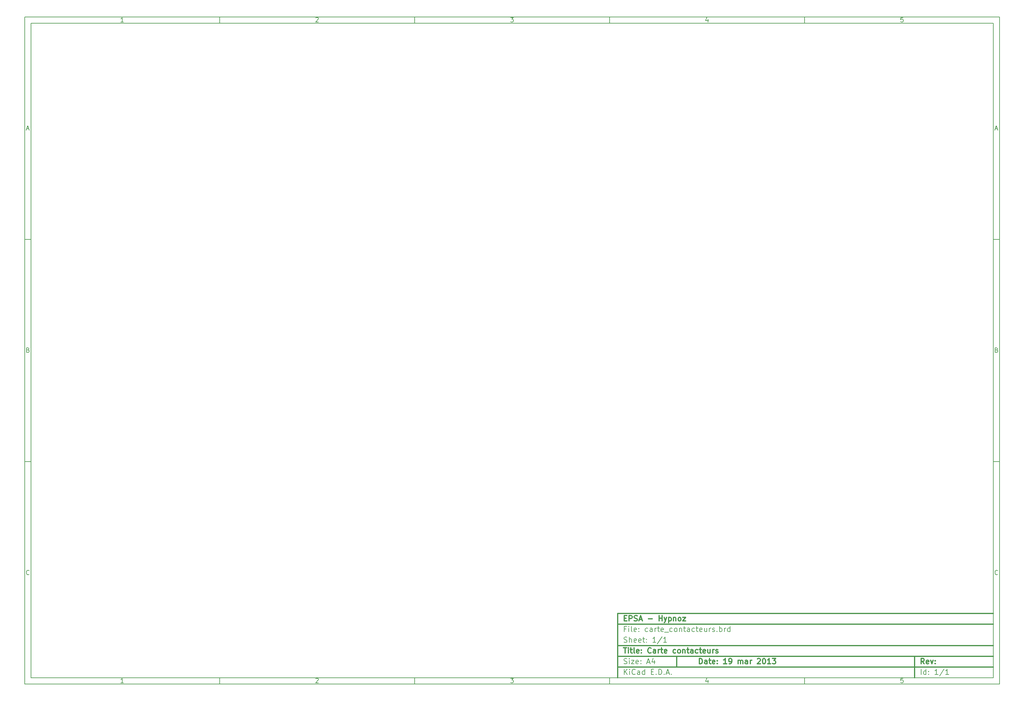
<source format=gbo>
G04 (created by PCBNEW-RS274X (2012-01-19 BZR 3256)-stable) date 19/03/2013 15:11:46*
G01*
G70*
G90*
%MOIN*%
G04 Gerber Fmt 3.4, Leading zero omitted, Abs format*
%FSLAX34Y34*%
G04 APERTURE LIST*
%ADD10C,0.006000*%
%ADD11C,0.012000*%
%ADD12R,0.090000X0.090000*%
%ADD13C,0.090000*%
%ADD14R,0.110000X0.110000*%
%ADD15C,0.110000*%
%ADD16C,0.095000*%
%ADD17R,0.370000X0.370000*%
%ADD18R,0.095000X0.095000*%
%ADD19R,0.110000X0.082000*%
%ADD20O,0.110000X0.082000*%
%ADD21C,0.170000*%
%ADD22R,0.170000X0.170000*%
%ADD23C,0.270000*%
G04 APERTURE END LIST*
G54D10*
X04000Y-04000D02*
X113000Y-04000D01*
X113000Y-78670D01*
X04000Y-78670D01*
X04000Y-04000D01*
X04700Y-04700D02*
X112300Y-04700D01*
X112300Y-77970D01*
X04700Y-77970D01*
X04700Y-04700D01*
X25800Y-04000D02*
X25800Y-04700D01*
X15043Y-04552D02*
X14757Y-04552D01*
X14900Y-04552D02*
X14900Y-04052D01*
X14852Y-04124D01*
X14805Y-04171D01*
X14757Y-04195D01*
X25800Y-78670D02*
X25800Y-77970D01*
X15043Y-78522D02*
X14757Y-78522D01*
X14900Y-78522D02*
X14900Y-78022D01*
X14852Y-78094D01*
X14805Y-78141D01*
X14757Y-78165D01*
X47600Y-04000D02*
X47600Y-04700D01*
X36557Y-04100D02*
X36581Y-04076D01*
X36629Y-04052D01*
X36748Y-04052D01*
X36795Y-04076D01*
X36819Y-04100D01*
X36843Y-04148D01*
X36843Y-04195D01*
X36819Y-04267D01*
X36533Y-04552D01*
X36843Y-04552D01*
X47600Y-78670D02*
X47600Y-77970D01*
X36557Y-78070D02*
X36581Y-78046D01*
X36629Y-78022D01*
X36748Y-78022D01*
X36795Y-78046D01*
X36819Y-78070D01*
X36843Y-78118D01*
X36843Y-78165D01*
X36819Y-78237D01*
X36533Y-78522D01*
X36843Y-78522D01*
X69400Y-04000D02*
X69400Y-04700D01*
X58333Y-04052D02*
X58643Y-04052D01*
X58476Y-04243D01*
X58548Y-04243D01*
X58595Y-04267D01*
X58619Y-04290D01*
X58643Y-04338D01*
X58643Y-04457D01*
X58619Y-04505D01*
X58595Y-04529D01*
X58548Y-04552D01*
X58405Y-04552D01*
X58357Y-04529D01*
X58333Y-04505D01*
X69400Y-78670D02*
X69400Y-77970D01*
X58333Y-78022D02*
X58643Y-78022D01*
X58476Y-78213D01*
X58548Y-78213D01*
X58595Y-78237D01*
X58619Y-78260D01*
X58643Y-78308D01*
X58643Y-78427D01*
X58619Y-78475D01*
X58595Y-78499D01*
X58548Y-78522D01*
X58405Y-78522D01*
X58357Y-78499D01*
X58333Y-78475D01*
X91200Y-04000D02*
X91200Y-04700D01*
X80395Y-04219D02*
X80395Y-04552D01*
X80276Y-04029D02*
X80157Y-04386D01*
X80467Y-04386D01*
X91200Y-78670D02*
X91200Y-77970D01*
X80395Y-78189D02*
X80395Y-78522D01*
X80276Y-77999D02*
X80157Y-78356D01*
X80467Y-78356D01*
X102219Y-04052D02*
X101981Y-04052D01*
X101957Y-04290D01*
X101981Y-04267D01*
X102029Y-04243D01*
X102148Y-04243D01*
X102195Y-04267D01*
X102219Y-04290D01*
X102243Y-04338D01*
X102243Y-04457D01*
X102219Y-04505D01*
X102195Y-04529D01*
X102148Y-04552D01*
X102029Y-04552D01*
X101981Y-04529D01*
X101957Y-04505D01*
X102219Y-78022D02*
X101981Y-78022D01*
X101957Y-78260D01*
X101981Y-78237D01*
X102029Y-78213D01*
X102148Y-78213D01*
X102195Y-78237D01*
X102219Y-78260D01*
X102243Y-78308D01*
X102243Y-78427D01*
X102219Y-78475D01*
X102195Y-78499D01*
X102148Y-78522D01*
X102029Y-78522D01*
X101981Y-78499D01*
X101957Y-78475D01*
X04000Y-28890D02*
X04700Y-28890D01*
X04231Y-16510D02*
X04469Y-16510D01*
X04184Y-16652D02*
X04350Y-16152D01*
X04517Y-16652D01*
X113000Y-28890D02*
X112300Y-28890D01*
X112531Y-16510D02*
X112769Y-16510D01*
X112484Y-16652D02*
X112650Y-16152D01*
X112817Y-16652D01*
X04000Y-53780D02*
X04700Y-53780D01*
X04386Y-41280D02*
X04457Y-41304D01*
X04481Y-41328D01*
X04505Y-41376D01*
X04505Y-41447D01*
X04481Y-41495D01*
X04457Y-41519D01*
X04410Y-41542D01*
X04219Y-41542D01*
X04219Y-41042D01*
X04386Y-41042D01*
X04433Y-41066D01*
X04457Y-41090D01*
X04481Y-41138D01*
X04481Y-41185D01*
X04457Y-41233D01*
X04433Y-41257D01*
X04386Y-41280D01*
X04219Y-41280D01*
X113000Y-53780D02*
X112300Y-53780D01*
X112686Y-41280D02*
X112757Y-41304D01*
X112781Y-41328D01*
X112805Y-41376D01*
X112805Y-41447D01*
X112781Y-41495D01*
X112757Y-41519D01*
X112710Y-41542D01*
X112519Y-41542D01*
X112519Y-41042D01*
X112686Y-41042D01*
X112733Y-41066D01*
X112757Y-41090D01*
X112781Y-41138D01*
X112781Y-41185D01*
X112757Y-41233D01*
X112733Y-41257D01*
X112686Y-41280D01*
X112519Y-41280D01*
X04505Y-66385D02*
X04481Y-66409D01*
X04410Y-66432D01*
X04362Y-66432D01*
X04290Y-66409D01*
X04243Y-66361D01*
X04219Y-66313D01*
X04195Y-66218D01*
X04195Y-66147D01*
X04219Y-66051D01*
X04243Y-66004D01*
X04290Y-65956D01*
X04362Y-65932D01*
X04410Y-65932D01*
X04481Y-65956D01*
X04505Y-65980D01*
X112805Y-66385D02*
X112781Y-66409D01*
X112710Y-66432D01*
X112662Y-66432D01*
X112590Y-66409D01*
X112543Y-66361D01*
X112519Y-66313D01*
X112495Y-66218D01*
X112495Y-66147D01*
X112519Y-66051D01*
X112543Y-66004D01*
X112590Y-65956D01*
X112662Y-65932D01*
X112710Y-65932D01*
X112781Y-65956D01*
X112805Y-65980D01*
G54D11*
X79443Y-76413D02*
X79443Y-75813D01*
X79586Y-75813D01*
X79671Y-75841D01*
X79729Y-75899D01*
X79757Y-75956D01*
X79786Y-76070D01*
X79786Y-76156D01*
X79757Y-76270D01*
X79729Y-76327D01*
X79671Y-76384D01*
X79586Y-76413D01*
X79443Y-76413D01*
X80300Y-76413D02*
X80300Y-76099D01*
X80271Y-76041D01*
X80214Y-76013D01*
X80100Y-76013D01*
X80043Y-76041D01*
X80300Y-76384D02*
X80243Y-76413D01*
X80100Y-76413D01*
X80043Y-76384D01*
X80014Y-76327D01*
X80014Y-76270D01*
X80043Y-76213D01*
X80100Y-76184D01*
X80243Y-76184D01*
X80300Y-76156D01*
X80500Y-76013D02*
X80729Y-76013D01*
X80586Y-75813D02*
X80586Y-76327D01*
X80614Y-76384D01*
X80672Y-76413D01*
X80729Y-76413D01*
X81157Y-76384D02*
X81100Y-76413D01*
X80986Y-76413D01*
X80929Y-76384D01*
X80900Y-76327D01*
X80900Y-76099D01*
X80929Y-76041D01*
X80986Y-76013D01*
X81100Y-76013D01*
X81157Y-76041D01*
X81186Y-76099D01*
X81186Y-76156D01*
X80900Y-76213D01*
X81443Y-76356D02*
X81471Y-76384D01*
X81443Y-76413D01*
X81414Y-76384D01*
X81443Y-76356D01*
X81443Y-76413D01*
X81443Y-76041D02*
X81471Y-76070D01*
X81443Y-76099D01*
X81414Y-76070D01*
X81443Y-76041D01*
X81443Y-76099D01*
X82500Y-76413D02*
X82157Y-76413D01*
X82329Y-76413D02*
X82329Y-75813D01*
X82272Y-75899D01*
X82214Y-75956D01*
X82157Y-75984D01*
X82785Y-76413D02*
X82900Y-76413D01*
X82957Y-76384D01*
X82985Y-76356D01*
X83043Y-76270D01*
X83071Y-76156D01*
X83071Y-75927D01*
X83043Y-75870D01*
X83014Y-75841D01*
X82957Y-75813D01*
X82843Y-75813D01*
X82785Y-75841D01*
X82757Y-75870D01*
X82728Y-75927D01*
X82728Y-76070D01*
X82757Y-76127D01*
X82785Y-76156D01*
X82843Y-76184D01*
X82957Y-76184D01*
X83014Y-76156D01*
X83043Y-76127D01*
X83071Y-76070D01*
X83785Y-76413D02*
X83785Y-76013D01*
X83785Y-76070D02*
X83813Y-76041D01*
X83871Y-76013D01*
X83956Y-76013D01*
X84013Y-76041D01*
X84042Y-76099D01*
X84042Y-76413D01*
X84042Y-76099D02*
X84071Y-76041D01*
X84128Y-76013D01*
X84213Y-76013D01*
X84271Y-76041D01*
X84299Y-76099D01*
X84299Y-76413D01*
X84842Y-76413D02*
X84842Y-76099D01*
X84813Y-76041D01*
X84756Y-76013D01*
X84642Y-76013D01*
X84585Y-76041D01*
X84842Y-76384D02*
X84785Y-76413D01*
X84642Y-76413D01*
X84585Y-76384D01*
X84556Y-76327D01*
X84556Y-76270D01*
X84585Y-76213D01*
X84642Y-76184D01*
X84785Y-76184D01*
X84842Y-76156D01*
X85128Y-76413D02*
X85128Y-76013D01*
X85128Y-76127D02*
X85156Y-76070D01*
X85185Y-76041D01*
X85242Y-76013D01*
X85299Y-76013D01*
X85927Y-75870D02*
X85956Y-75841D01*
X86013Y-75813D01*
X86156Y-75813D01*
X86213Y-75841D01*
X86242Y-75870D01*
X86270Y-75927D01*
X86270Y-75984D01*
X86242Y-76070D01*
X85899Y-76413D01*
X86270Y-76413D01*
X86641Y-75813D02*
X86698Y-75813D01*
X86755Y-75841D01*
X86784Y-75870D01*
X86813Y-75927D01*
X86841Y-76041D01*
X86841Y-76184D01*
X86813Y-76299D01*
X86784Y-76356D01*
X86755Y-76384D01*
X86698Y-76413D01*
X86641Y-76413D01*
X86584Y-76384D01*
X86555Y-76356D01*
X86527Y-76299D01*
X86498Y-76184D01*
X86498Y-76041D01*
X86527Y-75927D01*
X86555Y-75870D01*
X86584Y-75841D01*
X86641Y-75813D01*
X87412Y-76413D02*
X87069Y-76413D01*
X87241Y-76413D02*
X87241Y-75813D01*
X87184Y-75899D01*
X87126Y-75956D01*
X87069Y-75984D01*
X87612Y-75813D02*
X87983Y-75813D01*
X87783Y-76041D01*
X87869Y-76041D01*
X87926Y-76070D01*
X87955Y-76099D01*
X87983Y-76156D01*
X87983Y-76299D01*
X87955Y-76356D01*
X87926Y-76384D01*
X87869Y-76413D01*
X87697Y-76413D01*
X87640Y-76384D01*
X87612Y-76356D01*
G54D10*
X71043Y-77613D02*
X71043Y-77013D01*
X71386Y-77613D02*
X71129Y-77270D01*
X71386Y-77013D02*
X71043Y-77356D01*
X71643Y-77613D02*
X71643Y-77213D01*
X71643Y-77013D02*
X71614Y-77041D01*
X71643Y-77070D01*
X71671Y-77041D01*
X71643Y-77013D01*
X71643Y-77070D01*
X72272Y-77556D02*
X72243Y-77584D01*
X72157Y-77613D01*
X72100Y-77613D01*
X72015Y-77584D01*
X71957Y-77527D01*
X71929Y-77470D01*
X71900Y-77356D01*
X71900Y-77270D01*
X71929Y-77156D01*
X71957Y-77099D01*
X72015Y-77041D01*
X72100Y-77013D01*
X72157Y-77013D01*
X72243Y-77041D01*
X72272Y-77070D01*
X72786Y-77613D02*
X72786Y-77299D01*
X72757Y-77241D01*
X72700Y-77213D01*
X72586Y-77213D01*
X72529Y-77241D01*
X72786Y-77584D02*
X72729Y-77613D01*
X72586Y-77613D01*
X72529Y-77584D01*
X72500Y-77527D01*
X72500Y-77470D01*
X72529Y-77413D01*
X72586Y-77384D01*
X72729Y-77384D01*
X72786Y-77356D01*
X73329Y-77613D02*
X73329Y-77013D01*
X73329Y-77584D02*
X73272Y-77613D01*
X73158Y-77613D01*
X73100Y-77584D01*
X73072Y-77556D01*
X73043Y-77499D01*
X73043Y-77327D01*
X73072Y-77270D01*
X73100Y-77241D01*
X73158Y-77213D01*
X73272Y-77213D01*
X73329Y-77241D01*
X74072Y-77299D02*
X74272Y-77299D01*
X74358Y-77613D02*
X74072Y-77613D01*
X74072Y-77013D01*
X74358Y-77013D01*
X74615Y-77556D02*
X74643Y-77584D01*
X74615Y-77613D01*
X74586Y-77584D01*
X74615Y-77556D01*
X74615Y-77613D01*
X74901Y-77613D02*
X74901Y-77013D01*
X75044Y-77013D01*
X75129Y-77041D01*
X75187Y-77099D01*
X75215Y-77156D01*
X75244Y-77270D01*
X75244Y-77356D01*
X75215Y-77470D01*
X75187Y-77527D01*
X75129Y-77584D01*
X75044Y-77613D01*
X74901Y-77613D01*
X75501Y-77556D02*
X75529Y-77584D01*
X75501Y-77613D01*
X75472Y-77584D01*
X75501Y-77556D01*
X75501Y-77613D01*
X75758Y-77441D02*
X76044Y-77441D01*
X75701Y-77613D02*
X75901Y-77013D01*
X76101Y-77613D01*
X76301Y-77556D02*
X76329Y-77584D01*
X76301Y-77613D01*
X76272Y-77584D01*
X76301Y-77556D01*
X76301Y-77613D01*
G54D11*
X104586Y-76413D02*
X104386Y-76127D01*
X104243Y-76413D02*
X104243Y-75813D01*
X104471Y-75813D01*
X104529Y-75841D01*
X104557Y-75870D01*
X104586Y-75927D01*
X104586Y-76013D01*
X104557Y-76070D01*
X104529Y-76099D01*
X104471Y-76127D01*
X104243Y-76127D01*
X105071Y-76384D02*
X105014Y-76413D01*
X104900Y-76413D01*
X104843Y-76384D01*
X104814Y-76327D01*
X104814Y-76099D01*
X104843Y-76041D01*
X104900Y-76013D01*
X105014Y-76013D01*
X105071Y-76041D01*
X105100Y-76099D01*
X105100Y-76156D01*
X104814Y-76213D01*
X105300Y-76013D02*
X105443Y-76413D01*
X105585Y-76013D01*
X105814Y-76356D02*
X105842Y-76384D01*
X105814Y-76413D01*
X105785Y-76384D01*
X105814Y-76356D01*
X105814Y-76413D01*
X105814Y-76041D02*
X105842Y-76070D01*
X105814Y-76099D01*
X105785Y-76070D01*
X105814Y-76041D01*
X105814Y-76099D01*
G54D10*
X71014Y-76384D02*
X71100Y-76413D01*
X71243Y-76413D01*
X71300Y-76384D01*
X71329Y-76356D01*
X71357Y-76299D01*
X71357Y-76241D01*
X71329Y-76184D01*
X71300Y-76156D01*
X71243Y-76127D01*
X71129Y-76099D01*
X71071Y-76070D01*
X71043Y-76041D01*
X71014Y-75984D01*
X71014Y-75927D01*
X71043Y-75870D01*
X71071Y-75841D01*
X71129Y-75813D01*
X71271Y-75813D01*
X71357Y-75841D01*
X71614Y-76413D02*
X71614Y-76013D01*
X71614Y-75813D02*
X71585Y-75841D01*
X71614Y-75870D01*
X71642Y-75841D01*
X71614Y-75813D01*
X71614Y-75870D01*
X71843Y-76013D02*
X72157Y-76013D01*
X71843Y-76413D01*
X72157Y-76413D01*
X72614Y-76384D02*
X72557Y-76413D01*
X72443Y-76413D01*
X72386Y-76384D01*
X72357Y-76327D01*
X72357Y-76099D01*
X72386Y-76041D01*
X72443Y-76013D01*
X72557Y-76013D01*
X72614Y-76041D01*
X72643Y-76099D01*
X72643Y-76156D01*
X72357Y-76213D01*
X72900Y-76356D02*
X72928Y-76384D01*
X72900Y-76413D01*
X72871Y-76384D01*
X72900Y-76356D01*
X72900Y-76413D01*
X72900Y-76041D02*
X72928Y-76070D01*
X72900Y-76099D01*
X72871Y-76070D01*
X72900Y-76041D01*
X72900Y-76099D01*
X73614Y-76241D02*
X73900Y-76241D01*
X73557Y-76413D02*
X73757Y-75813D01*
X73957Y-76413D01*
X74414Y-76013D02*
X74414Y-76413D01*
X74271Y-75784D02*
X74128Y-76213D01*
X74500Y-76213D01*
X104243Y-77613D02*
X104243Y-77013D01*
X104786Y-77613D02*
X104786Y-77013D01*
X104786Y-77584D02*
X104729Y-77613D01*
X104615Y-77613D01*
X104557Y-77584D01*
X104529Y-77556D01*
X104500Y-77499D01*
X104500Y-77327D01*
X104529Y-77270D01*
X104557Y-77241D01*
X104615Y-77213D01*
X104729Y-77213D01*
X104786Y-77241D01*
X105072Y-77556D02*
X105100Y-77584D01*
X105072Y-77613D01*
X105043Y-77584D01*
X105072Y-77556D01*
X105072Y-77613D01*
X105072Y-77241D02*
X105100Y-77270D01*
X105072Y-77299D01*
X105043Y-77270D01*
X105072Y-77241D01*
X105072Y-77299D01*
X106129Y-77613D02*
X105786Y-77613D01*
X105958Y-77613D02*
X105958Y-77013D01*
X105901Y-77099D01*
X105843Y-77156D01*
X105786Y-77184D01*
X106814Y-76984D02*
X106300Y-77756D01*
X107329Y-77613D02*
X106986Y-77613D01*
X107158Y-77613D02*
X107158Y-77013D01*
X107101Y-77099D01*
X107043Y-77156D01*
X106986Y-77184D01*
G54D11*
X70957Y-74613D02*
X71300Y-74613D01*
X71129Y-75213D02*
X71129Y-74613D01*
X71500Y-75213D02*
X71500Y-74813D01*
X71500Y-74613D02*
X71471Y-74641D01*
X71500Y-74670D01*
X71528Y-74641D01*
X71500Y-74613D01*
X71500Y-74670D01*
X71700Y-74813D02*
X71929Y-74813D01*
X71786Y-74613D02*
X71786Y-75127D01*
X71814Y-75184D01*
X71872Y-75213D01*
X71929Y-75213D01*
X72215Y-75213D02*
X72157Y-75184D01*
X72129Y-75127D01*
X72129Y-74613D01*
X72671Y-75184D02*
X72614Y-75213D01*
X72500Y-75213D01*
X72443Y-75184D01*
X72414Y-75127D01*
X72414Y-74899D01*
X72443Y-74841D01*
X72500Y-74813D01*
X72614Y-74813D01*
X72671Y-74841D01*
X72700Y-74899D01*
X72700Y-74956D01*
X72414Y-75013D01*
X72957Y-75156D02*
X72985Y-75184D01*
X72957Y-75213D01*
X72928Y-75184D01*
X72957Y-75156D01*
X72957Y-75213D01*
X72957Y-74841D02*
X72985Y-74870D01*
X72957Y-74899D01*
X72928Y-74870D01*
X72957Y-74841D01*
X72957Y-74899D01*
X74043Y-75156D02*
X74014Y-75184D01*
X73928Y-75213D01*
X73871Y-75213D01*
X73786Y-75184D01*
X73728Y-75127D01*
X73700Y-75070D01*
X73671Y-74956D01*
X73671Y-74870D01*
X73700Y-74756D01*
X73728Y-74699D01*
X73786Y-74641D01*
X73871Y-74613D01*
X73928Y-74613D01*
X74014Y-74641D01*
X74043Y-74670D01*
X74557Y-75213D02*
X74557Y-74899D01*
X74528Y-74841D01*
X74471Y-74813D01*
X74357Y-74813D01*
X74300Y-74841D01*
X74557Y-75184D02*
X74500Y-75213D01*
X74357Y-75213D01*
X74300Y-75184D01*
X74271Y-75127D01*
X74271Y-75070D01*
X74300Y-75013D01*
X74357Y-74984D01*
X74500Y-74984D01*
X74557Y-74956D01*
X74843Y-75213D02*
X74843Y-74813D01*
X74843Y-74927D02*
X74871Y-74870D01*
X74900Y-74841D01*
X74957Y-74813D01*
X75014Y-74813D01*
X75128Y-74813D02*
X75357Y-74813D01*
X75214Y-74613D02*
X75214Y-75127D01*
X75242Y-75184D01*
X75300Y-75213D01*
X75357Y-75213D01*
X75785Y-75184D02*
X75728Y-75213D01*
X75614Y-75213D01*
X75557Y-75184D01*
X75528Y-75127D01*
X75528Y-74899D01*
X75557Y-74841D01*
X75614Y-74813D01*
X75728Y-74813D01*
X75785Y-74841D01*
X75814Y-74899D01*
X75814Y-74956D01*
X75528Y-75013D01*
X76785Y-75184D02*
X76728Y-75213D01*
X76614Y-75213D01*
X76556Y-75184D01*
X76528Y-75156D01*
X76499Y-75099D01*
X76499Y-74927D01*
X76528Y-74870D01*
X76556Y-74841D01*
X76614Y-74813D01*
X76728Y-74813D01*
X76785Y-74841D01*
X77128Y-75213D02*
X77070Y-75184D01*
X77042Y-75156D01*
X77013Y-75099D01*
X77013Y-74927D01*
X77042Y-74870D01*
X77070Y-74841D01*
X77128Y-74813D01*
X77213Y-74813D01*
X77270Y-74841D01*
X77299Y-74870D01*
X77328Y-74927D01*
X77328Y-75099D01*
X77299Y-75156D01*
X77270Y-75184D01*
X77213Y-75213D01*
X77128Y-75213D01*
X77585Y-74813D02*
X77585Y-75213D01*
X77585Y-74870D02*
X77613Y-74841D01*
X77671Y-74813D01*
X77756Y-74813D01*
X77813Y-74841D01*
X77842Y-74899D01*
X77842Y-75213D01*
X78042Y-74813D02*
X78271Y-74813D01*
X78128Y-74613D02*
X78128Y-75127D01*
X78156Y-75184D01*
X78214Y-75213D01*
X78271Y-75213D01*
X78728Y-75213D02*
X78728Y-74899D01*
X78699Y-74841D01*
X78642Y-74813D01*
X78528Y-74813D01*
X78471Y-74841D01*
X78728Y-75184D02*
X78671Y-75213D01*
X78528Y-75213D01*
X78471Y-75184D01*
X78442Y-75127D01*
X78442Y-75070D01*
X78471Y-75013D01*
X78528Y-74984D01*
X78671Y-74984D01*
X78728Y-74956D01*
X79271Y-75184D02*
X79214Y-75213D01*
X79100Y-75213D01*
X79042Y-75184D01*
X79014Y-75156D01*
X78985Y-75099D01*
X78985Y-74927D01*
X79014Y-74870D01*
X79042Y-74841D01*
X79100Y-74813D01*
X79214Y-74813D01*
X79271Y-74841D01*
X79442Y-74813D02*
X79671Y-74813D01*
X79528Y-74613D02*
X79528Y-75127D01*
X79556Y-75184D01*
X79614Y-75213D01*
X79671Y-75213D01*
X80099Y-75184D02*
X80042Y-75213D01*
X79928Y-75213D01*
X79871Y-75184D01*
X79842Y-75127D01*
X79842Y-74899D01*
X79871Y-74841D01*
X79928Y-74813D01*
X80042Y-74813D01*
X80099Y-74841D01*
X80128Y-74899D01*
X80128Y-74956D01*
X79842Y-75013D01*
X80642Y-74813D02*
X80642Y-75213D01*
X80385Y-74813D02*
X80385Y-75127D01*
X80413Y-75184D01*
X80471Y-75213D01*
X80556Y-75213D01*
X80613Y-75184D01*
X80642Y-75156D01*
X80928Y-75213D02*
X80928Y-74813D01*
X80928Y-74927D02*
X80956Y-74870D01*
X80985Y-74841D01*
X81042Y-74813D01*
X81099Y-74813D01*
X81270Y-75184D02*
X81327Y-75213D01*
X81442Y-75213D01*
X81499Y-75184D01*
X81527Y-75127D01*
X81527Y-75099D01*
X81499Y-75041D01*
X81442Y-75013D01*
X81356Y-75013D01*
X81299Y-74984D01*
X81270Y-74927D01*
X81270Y-74899D01*
X81299Y-74841D01*
X81356Y-74813D01*
X81442Y-74813D01*
X81499Y-74841D01*
G54D10*
X71243Y-72499D02*
X71043Y-72499D01*
X71043Y-72813D02*
X71043Y-72213D01*
X71329Y-72213D01*
X71557Y-72813D02*
X71557Y-72413D01*
X71557Y-72213D02*
X71528Y-72241D01*
X71557Y-72270D01*
X71585Y-72241D01*
X71557Y-72213D01*
X71557Y-72270D01*
X71929Y-72813D02*
X71871Y-72784D01*
X71843Y-72727D01*
X71843Y-72213D01*
X72385Y-72784D02*
X72328Y-72813D01*
X72214Y-72813D01*
X72157Y-72784D01*
X72128Y-72727D01*
X72128Y-72499D01*
X72157Y-72441D01*
X72214Y-72413D01*
X72328Y-72413D01*
X72385Y-72441D01*
X72414Y-72499D01*
X72414Y-72556D01*
X72128Y-72613D01*
X72671Y-72756D02*
X72699Y-72784D01*
X72671Y-72813D01*
X72642Y-72784D01*
X72671Y-72756D01*
X72671Y-72813D01*
X72671Y-72441D02*
X72699Y-72470D01*
X72671Y-72499D01*
X72642Y-72470D01*
X72671Y-72441D01*
X72671Y-72499D01*
X73671Y-72784D02*
X73614Y-72813D01*
X73500Y-72813D01*
X73442Y-72784D01*
X73414Y-72756D01*
X73385Y-72699D01*
X73385Y-72527D01*
X73414Y-72470D01*
X73442Y-72441D01*
X73500Y-72413D01*
X73614Y-72413D01*
X73671Y-72441D01*
X74185Y-72813D02*
X74185Y-72499D01*
X74156Y-72441D01*
X74099Y-72413D01*
X73985Y-72413D01*
X73928Y-72441D01*
X74185Y-72784D02*
X74128Y-72813D01*
X73985Y-72813D01*
X73928Y-72784D01*
X73899Y-72727D01*
X73899Y-72670D01*
X73928Y-72613D01*
X73985Y-72584D01*
X74128Y-72584D01*
X74185Y-72556D01*
X74471Y-72813D02*
X74471Y-72413D01*
X74471Y-72527D02*
X74499Y-72470D01*
X74528Y-72441D01*
X74585Y-72413D01*
X74642Y-72413D01*
X74756Y-72413D02*
X74985Y-72413D01*
X74842Y-72213D02*
X74842Y-72727D01*
X74870Y-72784D01*
X74928Y-72813D01*
X74985Y-72813D01*
X75413Y-72784D02*
X75356Y-72813D01*
X75242Y-72813D01*
X75185Y-72784D01*
X75156Y-72727D01*
X75156Y-72499D01*
X75185Y-72441D01*
X75242Y-72413D01*
X75356Y-72413D01*
X75413Y-72441D01*
X75442Y-72499D01*
X75442Y-72556D01*
X75156Y-72613D01*
X75556Y-72870D02*
X76013Y-72870D01*
X76413Y-72784D02*
X76356Y-72813D01*
X76242Y-72813D01*
X76184Y-72784D01*
X76156Y-72756D01*
X76127Y-72699D01*
X76127Y-72527D01*
X76156Y-72470D01*
X76184Y-72441D01*
X76242Y-72413D01*
X76356Y-72413D01*
X76413Y-72441D01*
X76756Y-72813D02*
X76698Y-72784D01*
X76670Y-72756D01*
X76641Y-72699D01*
X76641Y-72527D01*
X76670Y-72470D01*
X76698Y-72441D01*
X76756Y-72413D01*
X76841Y-72413D01*
X76898Y-72441D01*
X76927Y-72470D01*
X76956Y-72527D01*
X76956Y-72699D01*
X76927Y-72756D01*
X76898Y-72784D01*
X76841Y-72813D01*
X76756Y-72813D01*
X77213Y-72413D02*
X77213Y-72813D01*
X77213Y-72470D02*
X77241Y-72441D01*
X77299Y-72413D01*
X77384Y-72413D01*
X77441Y-72441D01*
X77470Y-72499D01*
X77470Y-72813D01*
X77670Y-72413D02*
X77899Y-72413D01*
X77756Y-72213D02*
X77756Y-72727D01*
X77784Y-72784D01*
X77842Y-72813D01*
X77899Y-72813D01*
X78356Y-72813D02*
X78356Y-72499D01*
X78327Y-72441D01*
X78270Y-72413D01*
X78156Y-72413D01*
X78099Y-72441D01*
X78356Y-72784D02*
X78299Y-72813D01*
X78156Y-72813D01*
X78099Y-72784D01*
X78070Y-72727D01*
X78070Y-72670D01*
X78099Y-72613D01*
X78156Y-72584D01*
X78299Y-72584D01*
X78356Y-72556D01*
X78899Y-72784D02*
X78842Y-72813D01*
X78728Y-72813D01*
X78670Y-72784D01*
X78642Y-72756D01*
X78613Y-72699D01*
X78613Y-72527D01*
X78642Y-72470D01*
X78670Y-72441D01*
X78728Y-72413D01*
X78842Y-72413D01*
X78899Y-72441D01*
X79070Y-72413D02*
X79299Y-72413D01*
X79156Y-72213D02*
X79156Y-72727D01*
X79184Y-72784D01*
X79242Y-72813D01*
X79299Y-72813D01*
X79727Y-72784D02*
X79670Y-72813D01*
X79556Y-72813D01*
X79499Y-72784D01*
X79470Y-72727D01*
X79470Y-72499D01*
X79499Y-72441D01*
X79556Y-72413D01*
X79670Y-72413D01*
X79727Y-72441D01*
X79756Y-72499D01*
X79756Y-72556D01*
X79470Y-72613D01*
X80270Y-72413D02*
X80270Y-72813D01*
X80013Y-72413D02*
X80013Y-72727D01*
X80041Y-72784D01*
X80099Y-72813D01*
X80184Y-72813D01*
X80241Y-72784D01*
X80270Y-72756D01*
X80556Y-72813D02*
X80556Y-72413D01*
X80556Y-72527D02*
X80584Y-72470D01*
X80613Y-72441D01*
X80670Y-72413D01*
X80727Y-72413D01*
X80898Y-72784D02*
X80955Y-72813D01*
X81070Y-72813D01*
X81127Y-72784D01*
X81155Y-72727D01*
X81155Y-72699D01*
X81127Y-72641D01*
X81070Y-72613D01*
X80984Y-72613D01*
X80927Y-72584D01*
X80898Y-72527D01*
X80898Y-72499D01*
X80927Y-72441D01*
X80984Y-72413D01*
X81070Y-72413D01*
X81127Y-72441D01*
X81413Y-72756D02*
X81441Y-72784D01*
X81413Y-72813D01*
X81384Y-72784D01*
X81413Y-72756D01*
X81413Y-72813D01*
X81699Y-72813D02*
X81699Y-72213D01*
X81699Y-72441D02*
X81756Y-72413D01*
X81870Y-72413D01*
X81927Y-72441D01*
X81956Y-72470D01*
X81985Y-72527D01*
X81985Y-72699D01*
X81956Y-72756D01*
X81927Y-72784D01*
X81870Y-72813D01*
X81756Y-72813D01*
X81699Y-72784D01*
X82242Y-72813D02*
X82242Y-72413D01*
X82242Y-72527D02*
X82270Y-72470D01*
X82299Y-72441D01*
X82356Y-72413D01*
X82413Y-72413D01*
X82870Y-72813D02*
X82870Y-72213D01*
X82870Y-72784D02*
X82813Y-72813D01*
X82699Y-72813D01*
X82641Y-72784D01*
X82613Y-72756D01*
X82584Y-72699D01*
X82584Y-72527D01*
X82613Y-72470D01*
X82641Y-72441D01*
X82699Y-72413D01*
X82813Y-72413D01*
X82870Y-72441D01*
X71014Y-73984D02*
X71100Y-74013D01*
X71243Y-74013D01*
X71300Y-73984D01*
X71329Y-73956D01*
X71357Y-73899D01*
X71357Y-73841D01*
X71329Y-73784D01*
X71300Y-73756D01*
X71243Y-73727D01*
X71129Y-73699D01*
X71071Y-73670D01*
X71043Y-73641D01*
X71014Y-73584D01*
X71014Y-73527D01*
X71043Y-73470D01*
X71071Y-73441D01*
X71129Y-73413D01*
X71271Y-73413D01*
X71357Y-73441D01*
X71614Y-74013D02*
X71614Y-73413D01*
X71871Y-74013D02*
X71871Y-73699D01*
X71842Y-73641D01*
X71785Y-73613D01*
X71700Y-73613D01*
X71642Y-73641D01*
X71614Y-73670D01*
X72385Y-73984D02*
X72328Y-74013D01*
X72214Y-74013D01*
X72157Y-73984D01*
X72128Y-73927D01*
X72128Y-73699D01*
X72157Y-73641D01*
X72214Y-73613D01*
X72328Y-73613D01*
X72385Y-73641D01*
X72414Y-73699D01*
X72414Y-73756D01*
X72128Y-73813D01*
X72899Y-73984D02*
X72842Y-74013D01*
X72728Y-74013D01*
X72671Y-73984D01*
X72642Y-73927D01*
X72642Y-73699D01*
X72671Y-73641D01*
X72728Y-73613D01*
X72842Y-73613D01*
X72899Y-73641D01*
X72928Y-73699D01*
X72928Y-73756D01*
X72642Y-73813D01*
X73099Y-73613D02*
X73328Y-73613D01*
X73185Y-73413D02*
X73185Y-73927D01*
X73213Y-73984D01*
X73271Y-74013D01*
X73328Y-74013D01*
X73528Y-73956D02*
X73556Y-73984D01*
X73528Y-74013D01*
X73499Y-73984D01*
X73528Y-73956D01*
X73528Y-74013D01*
X73528Y-73641D02*
X73556Y-73670D01*
X73528Y-73699D01*
X73499Y-73670D01*
X73528Y-73641D01*
X73528Y-73699D01*
X74585Y-74013D02*
X74242Y-74013D01*
X74414Y-74013D02*
X74414Y-73413D01*
X74357Y-73499D01*
X74299Y-73556D01*
X74242Y-73584D01*
X75270Y-73384D02*
X74756Y-74156D01*
X75785Y-74013D02*
X75442Y-74013D01*
X75614Y-74013D02*
X75614Y-73413D01*
X75557Y-73499D01*
X75499Y-73556D01*
X75442Y-73584D01*
G54D11*
X71043Y-71299D02*
X71243Y-71299D01*
X71329Y-71613D02*
X71043Y-71613D01*
X71043Y-71013D01*
X71329Y-71013D01*
X71586Y-71613D02*
X71586Y-71013D01*
X71814Y-71013D01*
X71872Y-71041D01*
X71900Y-71070D01*
X71929Y-71127D01*
X71929Y-71213D01*
X71900Y-71270D01*
X71872Y-71299D01*
X71814Y-71327D01*
X71586Y-71327D01*
X72157Y-71584D02*
X72243Y-71613D01*
X72386Y-71613D01*
X72443Y-71584D01*
X72472Y-71556D01*
X72500Y-71499D01*
X72500Y-71441D01*
X72472Y-71384D01*
X72443Y-71356D01*
X72386Y-71327D01*
X72272Y-71299D01*
X72214Y-71270D01*
X72186Y-71241D01*
X72157Y-71184D01*
X72157Y-71127D01*
X72186Y-71070D01*
X72214Y-71041D01*
X72272Y-71013D01*
X72414Y-71013D01*
X72500Y-71041D01*
X72728Y-71441D02*
X73014Y-71441D01*
X72671Y-71613D02*
X72871Y-71013D01*
X73071Y-71613D01*
X73728Y-71384D02*
X74185Y-71384D01*
X74928Y-71613D02*
X74928Y-71013D01*
X74928Y-71299D02*
X75271Y-71299D01*
X75271Y-71613D02*
X75271Y-71013D01*
X75500Y-71213D02*
X75643Y-71613D01*
X75785Y-71213D02*
X75643Y-71613D01*
X75585Y-71756D01*
X75557Y-71784D01*
X75500Y-71813D01*
X76014Y-71213D02*
X76014Y-71813D01*
X76014Y-71241D02*
X76071Y-71213D01*
X76185Y-71213D01*
X76242Y-71241D01*
X76271Y-71270D01*
X76300Y-71327D01*
X76300Y-71499D01*
X76271Y-71556D01*
X76242Y-71584D01*
X76185Y-71613D01*
X76071Y-71613D01*
X76014Y-71584D01*
X76557Y-71213D02*
X76557Y-71613D01*
X76557Y-71270D02*
X76585Y-71241D01*
X76643Y-71213D01*
X76728Y-71213D01*
X76785Y-71241D01*
X76814Y-71299D01*
X76814Y-71613D01*
X77186Y-71613D02*
X77128Y-71584D01*
X77100Y-71556D01*
X77071Y-71499D01*
X77071Y-71327D01*
X77100Y-71270D01*
X77128Y-71241D01*
X77186Y-71213D01*
X77271Y-71213D01*
X77328Y-71241D01*
X77357Y-71270D01*
X77386Y-71327D01*
X77386Y-71499D01*
X77357Y-71556D01*
X77328Y-71584D01*
X77271Y-71613D01*
X77186Y-71613D01*
X77586Y-71213D02*
X77900Y-71213D01*
X77586Y-71613D01*
X77900Y-71613D01*
X70300Y-70770D02*
X70300Y-77970D01*
X70300Y-71970D02*
X112300Y-71970D01*
X70300Y-70770D02*
X112300Y-70770D01*
X70300Y-74370D02*
X112300Y-74370D01*
X103500Y-75570D02*
X103500Y-77970D01*
X70300Y-76770D02*
X112300Y-76770D01*
X70300Y-75570D02*
X112300Y-75570D01*
X76900Y-75570D02*
X76900Y-76770D01*
%LPC*%
G54D12*
X38000Y-39500D03*
G54D13*
X39000Y-39500D03*
X39000Y-38500D03*
G54D12*
X38000Y-32250D03*
G54D13*
X39000Y-32250D03*
X39000Y-31250D03*
G54D12*
X38000Y-46750D03*
G54D13*
X39000Y-46750D03*
X39000Y-45750D03*
G54D14*
X34750Y-47500D03*
G54D15*
X34750Y-44500D03*
X28750Y-47500D03*
X28750Y-44500D03*
X26750Y-47500D03*
X26750Y-44500D03*
X24750Y-47500D03*
X24750Y-44500D03*
G54D14*
X34750Y-33000D03*
G54D15*
X34750Y-30000D03*
X28750Y-33000D03*
X28750Y-30000D03*
X26750Y-33000D03*
X26750Y-30000D03*
X24750Y-33000D03*
X24750Y-30000D03*
G54D14*
X34750Y-40250D03*
G54D15*
X34750Y-37250D03*
X28750Y-40250D03*
X28750Y-37250D03*
X26750Y-40250D03*
X26750Y-37250D03*
X24750Y-40250D03*
X24750Y-37250D03*
G54D16*
X41000Y-39500D03*
X44000Y-39500D03*
X43000Y-26750D03*
X43000Y-29750D03*
X49000Y-26500D03*
X46000Y-26500D03*
X41000Y-47250D03*
X44000Y-47250D03*
X41000Y-32250D03*
X44000Y-32250D03*
G54D17*
X34000Y-26500D03*
G54D16*
X40500Y-27500D03*
G54D18*
X40500Y-26500D03*
G54D16*
X40500Y-25500D03*
G54D18*
X46000Y-25250D03*
G54D16*
X45000Y-25250D03*
X44000Y-25250D03*
X43000Y-25250D03*
G54D18*
X28250Y-25250D03*
G54D16*
X27250Y-25250D03*
G54D19*
X46750Y-36000D03*
G54D20*
X46750Y-37000D03*
X46750Y-38000D03*
X46750Y-39000D03*
X46750Y-40000D03*
X46750Y-41000D03*
X46750Y-42000D03*
X49750Y-42000D03*
X49750Y-41000D03*
X49750Y-40000D03*
X49750Y-39000D03*
X49750Y-38000D03*
X49750Y-37000D03*
X49750Y-36000D03*
G54D18*
X50500Y-34250D03*
G54D16*
X50500Y-33250D03*
G54D18*
X39500Y-23500D03*
G54D16*
X39500Y-22500D03*
X41500Y-23500D03*
X41500Y-22500D03*
X51500Y-36000D03*
X51500Y-37000D03*
G54D21*
X22000Y-37750D03*
X22000Y-39750D03*
G54D22*
X22000Y-35750D03*
G54D21*
X22000Y-41750D03*
G54D23*
X50000Y-22500D03*
X50000Y-50000D03*
X22500Y-50000D03*
X30750Y-22500D03*
G54D16*
X36500Y-41250D03*
G54D18*
X36500Y-37250D03*
G54D16*
X36500Y-34000D03*
G54D18*
X36500Y-30000D03*
G54D16*
X36500Y-48500D03*
G54D18*
X36500Y-44500D03*
M02*

</source>
